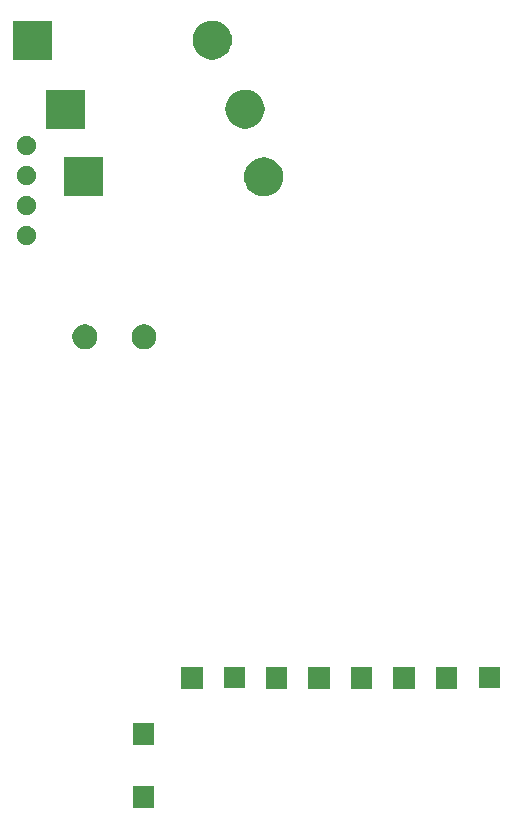
<source format=gbr>
G04 #@! TF.GenerationSoftware,KiCad,Pcbnew,5.0.2+dfsg1-1~bpo9+1*
G04 #@! TF.CreationDate,2019-02-15T21:28:06-06:00*
G04 #@! TF.ProjectId,CommunicationBoard,436f6d6d-756e-4696-9361-74696f6e426f,rev?*
G04 #@! TF.SameCoordinates,Original*
G04 #@! TF.FileFunction,Soldermask,Bot*
G04 #@! TF.FilePolarity,Negative*
%FSLAX46Y46*%
G04 Gerber Fmt 4.6, Leading zero omitted, Abs format (unit mm)*
G04 Created by KiCad (PCBNEW 5.0.2+dfsg1-1~bpo9+1) date vie 15 feb 2019 21:28:06 CST*
%MOMM*%
%LPD*%
G01*
G04 APERTURE LIST*
G04 #@! TA.AperFunction,NonConductor*
%ADD10C,0.100000*%
G04 #@! TD*
G04 APERTURE END LIST*
D10*
G36*
X118414100Y-144830100D02*
X116612100Y-144830100D01*
X116612100Y-143028100D01*
X118414100Y-143028100D01*
X118414100Y-144830100D01*
X118414100Y-144830100D01*
G37*
G36*
X118414100Y-139496100D02*
X116612100Y-139496100D01*
X116612100Y-137694100D01*
X118414100Y-137694100D01*
X118414100Y-139496100D01*
X118414100Y-139496100D01*
G37*
G36*
X122528900Y-134759000D02*
X120726900Y-134759000D01*
X120726900Y-132957000D01*
X122528900Y-132957000D01*
X122528900Y-134759000D01*
X122528900Y-134759000D01*
G37*
G36*
X136905300Y-134746300D02*
X135103300Y-134746300D01*
X135103300Y-132944300D01*
X136905300Y-132944300D01*
X136905300Y-134746300D01*
X136905300Y-134746300D01*
G37*
G36*
X133285800Y-134746300D02*
X131483800Y-134746300D01*
X131483800Y-132944300D01*
X133285800Y-132944300D01*
X133285800Y-134746300D01*
X133285800Y-134746300D01*
G37*
G36*
X140486700Y-134746300D02*
X138684700Y-134746300D01*
X138684700Y-132944300D01*
X140486700Y-132944300D01*
X140486700Y-134746300D01*
X140486700Y-134746300D01*
G37*
G36*
X129704400Y-134746300D02*
X127902400Y-134746300D01*
X127902400Y-132944300D01*
X129704400Y-132944300D01*
X129704400Y-134746300D01*
X129704400Y-134746300D01*
G37*
G36*
X144093500Y-134746300D02*
X142291500Y-134746300D01*
X142291500Y-132944300D01*
X144093500Y-132944300D01*
X144093500Y-134746300D01*
X144093500Y-134746300D01*
G37*
G36*
X126110300Y-134733600D02*
X124308300Y-134733600D01*
X124308300Y-132931600D01*
X126110300Y-132931600D01*
X126110300Y-134733600D01*
X126110300Y-134733600D01*
G37*
G36*
X147751100Y-134720900D02*
X145949100Y-134720900D01*
X145949100Y-132918900D01*
X147751100Y-132918900D01*
X147751100Y-134720900D01*
X147751100Y-134720900D01*
G37*
G36*
X112870465Y-103954889D02*
X113061734Y-104034115D01*
X113233876Y-104149137D01*
X113380263Y-104295524D01*
X113495285Y-104467666D01*
X113574511Y-104658935D01*
X113614900Y-104861984D01*
X113614900Y-105069016D01*
X113574511Y-105272065D01*
X113495285Y-105463334D01*
X113380263Y-105635476D01*
X113233876Y-105781863D01*
X113061734Y-105896885D01*
X112870465Y-105976111D01*
X112667416Y-106016500D01*
X112460384Y-106016500D01*
X112257335Y-105976111D01*
X112066066Y-105896885D01*
X111893924Y-105781863D01*
X111747537Y-105635476D01*
X111632515Y-105463334D01*
X111553289Y-105272065D01*
X111512900Y-105069016D01*
X111512900Y-104861984D01*
X111553289Y-104658935D01*
X111632515Y-104467666D01*
X111747537Y-104295524D01*
X111893924Y-104149137D01*
X112066066Y-104034115D01*
X112257335Y-103954889D01*
X112460384Y-103914500D01*
X112667416Y-103914500D01*
X112870465Y-103954889D01*
X112870465Y-103954889D01*
G37*
G36*
X117870465Y-103954889D02*
X118061734Y-104034115D01*
X118233876Y-104149137D01*
X118380263Y-104295524D01*
X118495285Y-104467666D01*
X118574511Y-104658935D01*
X118614900Y-104861984D01*
X118614900Y-105069016D01*
X118574511Y-105272065D01*
X118495285Y-105463334D01*
X118380263Y-105635476D01*
X118233876Y-105781863D01*
X118061734Y-105896885D01*
X117870465Y-105976111D01*
X117667416Y-106016500D01*
X117460384Y-106016500D01*
X117257335Y-105976111D01*
X117066066Y-105896885D01*
X116893924Y-105781863D01*
X116747537Y-105635476D01*
X116632515Y-105463334D01*
X116553289Y-105272065D01*
X116512900Y-105069016D01*
X116512900Y-104861984D01*
X116553289Y-104658935D01*
X116632515Y-104467666D01*
X116747537Y-104295524D01*
X116893924Y-104149137D01*
X117066066Y-104034115D01*
X117257335Y-103954889D01*
X117460384Y-103914500D01*
X117667416Y-103914500D01*
X117870465Y-103954889D01*
X117870465Y-103954889D01*
G37*
G36*
X107844242Y-95585842D02*
X107992202Y-95647130D01*
X108125358Y-95736102D01*
X108238598Y-95849342D01*
X108327570Y-95982498D01*
X108388858Y-96130458D01*
X108420100Y-96287525D01*
X108420100Y-96447675D01*
X108388858Y-96604742D01*
X108327570Y-96752702D01*
X108238598Y-96885858D01*
X108125358Y-96999098D01*
X107992202Y-97088070D01*
X107844242Y-97149358D01*
X107687175Y-97180600D01*
X107527025Y-97180600D01*
X107369958Y-97149358D01*
X107221998Y-97088070D01*
X107088842Y-96999098D01*
X106975602Y-96885858D01*
X106886630Y-96752702D01*
X106825342Y-96604742D01*
X106794100Y-96447675D01*
X106794100Y-96287525D01*
X106825342Y-96130458D01*
X106886630Y-95982498D01*
X106975602Y-95849342D01*
X107088842Y-95736102D01*
X107221998Y-95647130D01*
X107369958Y-95585842D01*
X107527025Y-95554600D01*
X107687175Y-95554600D01*
X107844242Y-95585842D01*
X107844242Y-95585842D01*
G37*
G36*
X107844242Y-93045842D02*
X107992202Y-93107130D01*
X108125358Y-93196102D01*
X108238598Y-93309342D01*
X108327570Y-93442498D01*
X108388858Y-93590458D01*
X108420100Y-93747525D01*
X108420100Y-93907675D01*
X108388858Y-94064742D01*
X108327570Y-94212702D01*
X108238598Y-94345858D01*
X108125358Y-94459098D01*
X107992202Y-94548070D01*
X107844242Y-94609358D01*
X107687175Y-94640600D01*
X107527025Y-94640600D01*
X107369958Y-94609358D01*
X107221998Y-94548070D01*
X107088842Y-94459098D01*
X106975602Y-94345858D01*
X106886630Y-94212702D01*
X106825342Y-94064742D01*
X106794100Y-93907675D01*
X106794100Y-93747525D01*
X106825342Y-93590458D01*
X106886630Y-93442498D01*
X106975602Y-93309342D01*
X107088842Y-93196102D01*
X107221998Y-93107130D01*
X107369958Y-93045842D01*
X107527025Y-93014600D01*
X107687175Y-93014600D01*
X107844242Y-93045842D01*
X107844242Y-93045842D01*
G37*
G36*
X114109500Y-93065600D02*
X110807500Y-93065600D01*
X110807500Y-89763600D01*
X114109500Y-89763600D01*
X114109500Y-93065600D01*
X114109500Y-93065600D01*
G37*
G36*
X128022154Y-89787488D02*
X128333365Y-89881894D01*
X128620186Y-90035203D01*
X128871582Y-90241518D01*
X129077897Y-90492914D01*
X129231206Y-90779735D01*
X129325612Y-91090946D01*
X129357488Y-91414600D01*
X129325612Y-91738254D01*
X129231206Y-92049465D01*
X129077897Y-92336286D01*
X128871582Y-92587682D01*
X128620186Y-92793997D01*
X128333365Y-92947306D01*
X128022154Y-93041712D01*
X127779607Y-93065600D01*
X127617393Y-93065600D01*
X127374846Y-93041712D01*
X127063635Y-92947306D01*
X126776814Y-92793997D01*
X126525418Y-92587682D01*
X126319103Y-92336286D01*
X126165794Y-92049465D01*
X126071388Y-91738254D01*
X126039512Y-91414600D01*
X126071388Y-91090946D01*
X126165794Y-90779735D01*
X126319103Y-90492914D01*
X126525418Y-90241518D01*
X126776814Y-90035203D01*
X127063635Y-89881894D01*
X127374846Y-89787488D01*
X127617393Y-89763600D01*
X127779607Y-89763600D01*
X128022154Y-89787488D01*
X128022154Y-89787488D01*
G37*
G36*
X107844242Y-90505842D02*
X107992202Y-90567130D01*
X108059230Y-90611917D01*
X108125357Y-90656101D01*
X108238599Y-90769343D01*
X108282783Y-90835470D01*
X108327570Y-90902498D01*
X108388858Y-91050458D01*
X108420100Y-91207525D01*
X108420100Y-91367675D01*
X108388858Y-91524742D01*
X108327570Y-91672702D01*
X108238598Y-91805858D01*
X108125358Y-91919098D01*
X107992202Y-92008070D01*
X107844242Y-92069358D01*
X107687175Y-92100600D01*
X107527025Y-92100600D01*
X107369958Y-92069358D01*
X107221998Y-92008070D01*
X107088842Y-91919098D01*
X106975602Y-91805858D01*
X106886630Y-91672702D01*
X106825342Y-91524742D01*
X106794100Y-91367675D01*
X106794100Y-91207525D01*
X106825342Y-91050458D01*
X106886630Y-90902498D01*
X106931417Y-90835470D01*
X106975601Y-90769343D01*
X107088843Y-90656101D01*
X107154970Y-90611917D01*
X107221998Y-90567130D01*
X107369958Y-90505842D01*
X107527025Y-90474600D01*
X107687175Y-90474600D01*
X107844242Y-90505842D01*
X107844242Y-90505842D01*
G37*
G36*
X107844242Y-87965842D02*
X107992202Y-88027130D01*
X108125358Y-88116102D01*
X108238598Y-88229342D01*
X108327570Y-88362498D01*
X108388858Y-88510458D01*
X108420100Y-88667525D01*
X108420100Y-88827675D01*
X108388858Y-88984742D01*
X108327570Y-89132702D01*
X108238598Y-89265858D01*
X108125358Y-89379098D01*
X107992202Y-89468070D01*
X107844242Y-89529358D01*
X107687175Y-89560600D01*
X107527025Y-89560600D01*
X107369958Y-89529358D01*
X107221998Y-89468070D01*
X107088842Y-89379098D01*
X106975602Y-89265858D01*
X106886630Y-89132702D01*
X106825342Y-88984742D01*
X106794100Y-88827675D01*
X106794100Y-88667525D01*
X106825342Y-88510458D01*
X106886630Y-88362498D01*
X106975602Y-88229342D01*
X107088842Y-88116102D01*
X107221998Y-88027130D01*
X107369958Y-87965842D01*
X107527025Y-87934600D01*
X107687175Y-87934600D01*
X107844242Y-87965842D01*
X107844242Y-87965842D01*
G37*
G36*
X112534700Y-87325200D02*
X109232700Y-87325200D01*
X109232700Y-84023200D01*
X112534700Y-84023200D01*
X112534700Y-87325200D01*
X112534700Y-87325200D01*
G37*
G36*
X126447354Y-84047088D02*
X126758565Y-84141494D01*
X127045386Y-84294803D01*
X127296782Y-84501118D01*
X127503097Y-84752514D01*
X127656406Y-85039335D01*
X127750812Y-85350546D01*
X127782688Y-85674200D01*
X127750812Y-85997854D01*
X127656406Y-86309065D01*
X127503097Y-86595886D01*
X127296782Y-86847282D01*
X127045386Y-87053597D01*
X126758565Y-87206906D01*
X126447354Y-87301312D01*
X126204807Y-87325200D01*
X126042593Y-87325200D01*
X125800046Y-87301312D01*
X125488835Y-87206906D01*
X125202014Y-87053597D01*
X124950618Y-86847282D01*
X124744303Y-86595886D01*
X124590994Y-86309065D01*
X124496588Y-85997854D01*
X124464712Y-85674200D01*
X124496588Y-85350546D01*
X124590994Y-85039335D01*
X124744303Y-84752514D01*
X124950618Y-84501118D01*
X125202014Y-84294803D01*
X125488835Y-84141494D01*
X125800046Y-84047088D01*
X126042593Y-84023200D01*
X126204807Y-84023200D01*
X126447354Y-84047088D01*
X126447354Y-84047088D01*
G37*
G36*
X109766100Y-81483200D02*
X106464100Y-81483200D01*
X106464100Y-78181200D01*
X109766100Y-78181200D01*
X109766100Y-81483200D01*
X109766100Y-81483200D01*
G37*
G36*
X123678754Y-78205088D02*
X123989965Y-78299494D01*
X124276786Y-78452803D01*
X124528182Y-78659118D01*
X124734497Y-78910514D01*
X124887806Y-79197335D01*
X124982212Y-79508546D01*
X125014088Y-79832200D01*
X124982212Y-80155854D01*
X124887806Y-80467065D01*
X124734497Y-80753886D01*
X124528182Y-81005282D01*
X124276786Y-81211597D01*
X123989965Y-81364906D01*
X123678754Y-81459312D01*
X123436207Y-81483200D01*
X123273993Y-81483200D01*
X123031446Y-81459312D01*
X122720235Y-81364906D01*
X122433414Y-81211597D01*
X122182018Y-81005282D01*
X121975703Y-80753886D01*
X121822394Y-80467065D01*
X121727988Y-80155854D01*
X121696112Y-79832200D01*
X121727988Y-79508546D01*
X121822394Y-79197335D01*
X121975703Y-78910514D01*
X122182018Y-78659118D01*
X122433414Y-78452803D01*
X122720235Y-78299494D01*
X123031446Y-78205088D01*
X123273993Y-78181200D01*
X123436207Y-78181200D01*
X123678754Y-78205088D01*
X123678754Y-78205088D01*
G37*
M02*

</source>
